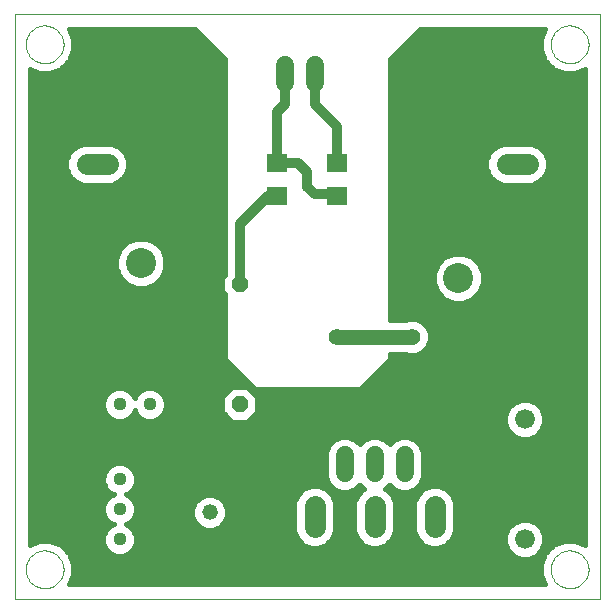
<source format=gbl>
G75*
%MOIN*%
%OFA0B0*%
%FSLAX24Y24*%
%IPPOS*%
%LPD*%
%AMOC8*
5,1,8,0,0,1.08239X$1,22.5*
%
%ADD10C,0.0000*%
%ADD11C,0.0660*%
%ADD12OC8,0.0520*%
%ADD13C,0.0520*%
%ADD14C,0.0440*%
%ADD15C,0.1000*%
%ADD16C,0.0200*%
%ADD17C,0.0600*%
%ADD18C,0.0705*%
%ADD19R,0.0710X0.0630*%
%ADD20C,0.0560*%
%ADD21C,0.0500*%
%ADD22C,0.0320*%
%ADD23C,0.0160*%
D10*
X000100Y000100D02*
X000100Y019600D01*
X019600Y019600D01*
X019600Y000100D01*
X000100Y000100D01*
X000470Y001100D02*
X000472Y001150D01*
X000478Y001200D01*
X000488Y001249D01*
X000502Y001297D01*
X000519Y001344D01*
X000540Y001389D01*
X000565Y001433D01*
X000593Y001474D01*
X000625Y001513D01*
X000659Y001550D01*
X000696Y001584D01*
X000736Y001614D01*
X000778Y001641D01*
X000822Y001665D01*
X000868Y001686D01*
X000915Y001702D01*
X000963Y001715D01*
X001013Y001724D01*
X001062Y001729D01*
X001113Y001730D01*
X001163Y001727D01*
X001212Y001720D01*
X001261Y001709D01*
X001309Y001694D01*
X001355Y001676D01*
X001400Y001654D01*
X001443Y001628D01*
X001484Y001599D01*
X001523Y001567D01*
X001559Y001532D01*
X001591Y001494D01*
X001621Y001454D01*
X001648Y001411D01*
X001671Y001367D01*
X001690Y001321D01*
X001706Y001273D01*
X001718Y001224D01*
X001726Y001175D01*
X001730Y001125D01*
X001730Y001075D01*
X001726Y001025D01*
X001718Y000976D01*
X001706Y000927D01*
X001690Y000879D01*
X001671Y000833D01*
X001648Y000789D01*
X001621Y000746D01*
X001591Y000706D01*
X001559Y000668D01*
X001523Y000633D01*
X001484Y000601D01*
X001443Y000572D01*
X001400Y000546D01*
X001355Y000524D01*
X001309Y000506D01*
X001261Y000491D01*
X001212Y000480D01*
X001163Y000473D01*
X001113Y000470D01*
X001062Y000471D01*
X001013Y000476D01*
X000963Y000485D01*
X000915Y000498D01*
X000868Y000514D01*
X000822Y000535D01*
X000778Y000559D01*
X000736Y000586D01*
X000696Y000616D01*
X000659Y000650D01*
X000625Y000687D01*
X000593Y000726D01*
X000565Y000767D01*
X000540Y000811D01*
X000519Y000856D01*
X000502Y000903D01*
X000488Y000951D01*
X000478Y001000D01*
X000472Y001050D01*
X000470Y001100D01*
X000470Y018600D02*
X000472Y018650D01*
X000478Y018700D01*
X000488Y018749D01*
X000502Y018797D01*
X000519Y018844D01*
X000540Y018889D01*
X000565Y018933D01*
X000593Y018974D01*
X000625Y019013D01*
X000659Y019050D01*
X000696Y019084D01*
X000736Y019114D01*
X000778Y019141D01*
X000822Y019165D01*
X000868Y019186D01*
X000915Y019202D01*
X000963Y019215D01*
X001013Y019224D01*
X001062Y019229D01*
X001113Y019230D01*
X001163Y019227D01*
X001212Y019220D01*
X001261Y019209D01*
X001309Y019194D01*
X001355Y019176D01*
X001400Y019154D01*
X001443Y019128D01*
X001484Y019099D01*
X001523Y019067D01*
X001559Y019032D01*
X001591Y018994D01*
X001621Y018954D01*
X001648Y018911D01*
X001671Y018867D01*
X001690Y018821D01*
X001706Y018773D01*
X001718Y018724D01*
X001726Y018675D01*
X001730Y018625D01*
X001730Y018575D01*
X001726Y018525D01*
X001718Y018476D01*
X001706Y018427D01*
X001690Y018379D01*
X001671Y018333D01*
X001648Y018289D01*
X001621Y018246D01*
X001591Y018206D01*
X001559Y018168D01*
X001523Y018133D01*
X001484Y018101D01*
X001443Y018072D01*
X001400Y018046D01*
X001355Y018024D01*
X001309Y018006D01*
X001261Y017991D01*
X001212Y017980D01*
X001163Y017973D01*
X001113Y017970D01*
X001062Y017971D01*
X001013Y017976D01*
X000963Y017985D01*
X000915Y017998D01*
X000868Y018014D01*
X000822Y018035D01*
X000778Y018059D01*
X000736Y018086D01*
X000696Y018116D01*
X000659Y018150D01*
X000625Y018187D01*
X000593Y018226D01*
X000565Y018267D01*
X000540Y018311D01*
X000519Y018356D01*
X000502Y018403D01*
X000488Y018451D01*
X000478Y018500D01*
X000472Y018550D01*
X000470Y018600D01*
X017970Y018600D02*
X017972Y018650D01*
X017978Y018700D01*
X017988Y018749D01*
X018002Y018797D01*
X018019Y018844D01*
X018040Y018889D01*
X018065Y018933D01*
X018093Y018974D01*
X018125Y019013D01*
X018159Y019050D01*
X018196Y019084D01*
X018236Y019114D01*
X018278Y019141D01*
X018322Y019165D01*
X018368Y019186D01*
X018415Y019202D01*
X018463Y019215D01*
X018513Y019224D01*
X018562Y019229D01*
X018613Y019230D01*
X018663Y019227D01*
X018712Y019220D01*
X018761Y019209D01*
X018809Y019194D01*
X018855Y019176D01*
X018900Y019154D01*
X018943Y019128D01*
X018984Y019099D01*
X019023Y019067D01*
X019059Y019032D01*
X019091Y018994D01*
X019121Y018954D01*
X019148Y018911D01*
X019171Y018867D01*
X019190Y018821D01*
X019206Y018773D01*
X019218Y018724D01*
X019226Y018675D01*
X019230Y018625D01*
X019230Y018575D01*
X019226Y018525D01*
X019218Y018476D01*
X019206Y018427D01*
X019190Y018379D01*
X019171Y018333D01*
X019148Y018289D01*
X019121Y018246D01*
X019091Y018206D01*
X019059Y018168D01*
X019023Y018133D01*
X018984Y018101D01*
X018943Y018072D01*
X018900Y018046D01*
X018855Y018024D01*
X018809Y018006D01*
X018761Y017991D01*
X018712Y017980D01*
X018663Y017973D01*
X018613Y017970D01*
X018562Y017971D01*
X018513Y017976D01*
X018463Y017985D01*
X018415Y017998D01*
X018368Y018014D01*
X018322Y018035D01*
X018278Y018059D01*
X018236Y018086D01*
X018196Y018116D01*
X018159Y018150D01*
X018125Y018187D01*
X018093Y018226D01*
X018065Y018267D01*
X018040Y018311D01*
X018019Y018356D01*
X018002Y018403D01*
X017988Y018451D01*
X017978Y018500D01*
X017972Y018550D01*
X017970Y018600D01*
X017970Y001100D02*
X017972Y001150D01*
X017978Y001200D01*
X017988Y001249D01*
X018002Y001297D01*
X018019Y001344D01*
X018040Y001389D01*
X018065Y001433D01*
X018093Y001474D01*
X018125Y001513D01*
X018159Y001550D01*
X018196Y001584D01*
X018236Y001614D01*
X018278Y001641D01*
X018322Y001665D01*
X018368Y001686D01*
X018415Y001702D01*
X018463Y001715D01*
X018513Y001724D01*
X018562Y001729D01*
X018613Y001730D01*
X018663Y001727D01*
X018712Y001720D01*
X018761Y001709D01*
X018809Y001694D01*
X018855Y001676D01*
X018900Y001654D01*
X018943Y001628D01*
X018984Y001599D01*
X019023Y001567D01*
X019059Y001532D01*
X019091Y001494D01*
X019121Y001454D01*
X019148Y001411D01*
X019171Y001367D01*
X019190Y001321D01*
X019206Y001273D01*
X019218Y001224D01*
X019226Y001175D01*
X019230Y001125D01*
X019230Y001075D01*
X019226Y001025D01*
X019218Y000976D01*
X019206Y000927D01*
X019190Y000879D01*
X019171Y000833D01*
X019148Y000789D01*
X019121Y000746D01*
X019091Y000706D01*
X019059Y000668D01*
X019023Y000633D01*
X018984Y000601D01*
X018943Y000572D01*
X018900Y000546D01*
X018855Y000524D01*
X018809Y000506D01*
X018761Y000491D01*
X018712Y000480D01*
X018663Y000473D01*
X018613Y000470D01*
X018562Y000471D01*
X018513Y000476D01*
X018463Y000485D01*
X018415Y000498D01*
X018368Y000514D01*
X018322Y000535D01*
X018278Y000559D01*
X018236Y000586D01*
X018196Y000616D01*
X018159Y000650D01*
X018125Y000687D01*
X018093Y000726D01*
X018065Y000767D01*
X018040Y000811D01*
X018019Y000856D01*
X018002Y000903D01*
X017988Y000951D01*
X017978Y001000D01*
X017972Y001050D01*
X017970Y001100D01*
D11*
X017100Y002100D03*
X017100Y006100D03*
D12*
X007600Y006600D03*
X007600Y010600D03*
X006600Y002200D03*
D13*
X006600Y003000D03*
D14*
X003600Y003100D03*
X003600Y002100D03*
X003600Y004100D03*
X003600Y006600D03*
X002600Y006600D03*
X004600Y006600D03*
D15*
X004307Y011307D03*
X014893Y010807D03*
D16*
X016373Y009094D02*
X016473Y008994D01*
X016141Y008994D01*
X015908Y009227D01*
X015908Y009559D01*
X016141Y009792D01*
X016473Y009792D01*
X016706Y009559D01*
X016706Y009227D01*
X016473Y008994D01*
X016410Y009144D01*
X016204Y009144D01*
X016058Y009290D01*
X016058Y009496D01*
X016204Y009642D01*
X016410Y009642D01*
X016556Y009496D01*
X016556Y009290D01*
X016410Y009144D01*
X016348Y009294D01*
X016266Y009294D01*
X016208Y009352D01*
X016208Y009434D01*
X016266Y009492D01*
X016348Y009492D01*
X016406Y009434D01*
X016406Y009352D01*
X016348Y009294D01*
X002594Y009827D02*
X002494Y009727D01*
X002494Y010059D01*
X002727Y010292D01*
X003059Y010292D01*
X003292Y010059D01*
X003292Y009727D01*
X003059Y009494D01*
X002727Y009494D01*
X002494Y009727D01*
X002644Y009790D01*
X002644Y009996D01*
X002790Y010142D01*
X002996Y010142D01*
X003142Y009996D01*
X003142Y009790D01*
X002996Y009644D01*
X002790Y009644D01*
X002644Y009790D01*
X002794Y009852D01*
X002794Y009934D01*
X002852Y009992D01*
X002934Y009992D01*
X002992Y009934D01*
X002992Y009852D01*
X002934Y009794D01*
X002852Y009794D01*
X002794Y009852D01*
D17*
X009100Y017300D02*
X009100Y017900D01*
X010100Y017900D02*
X010100Y017300D01*
X011100Y004900D02*
X011100Y004300D01*
X012100Y004300D02*
X012100Y004900D01*
X013100Y004900D02*
X013100Y004300D01*
D18*
X012100Y003203D02*
X012100Y002498D01*
X010100Y002498D02*
X010100Y003203D01*
X014100Y003203D02*
X014100Y002498D01*
X016498Y014600D02*
X017203Y014600D01*
X017203Y016600D02*
X016498Y016600D01*
X003203Y016600D02*
X002498Y016600D01*
X002498Y014600D02*
X003203Y014600D01*
D19*
X008850Y014660D03*
X008850Y013540D03*
X010850Y013540D03*
X010850Y014660D03*
D20*
X010850Y008850D03*
X013350Y008850D03*
D21*
X010850Y008850D01*
D22*
X007600Y010600D02*
X007600Y012600D01*
X008540Y013540D01*
X008850Y013540D01*
X009850Y013850D02*
X010100Y013600D01*
X010790Y013600D01*
X010850Y013540D01*
X009850Y013850D02*
X009850Y014350D01*
X009540Y014660D01*
X008850Y014660D01*
X008850Y016350D01*
X009100Y016600D01*
X009100Y017600D01*
X010100Y017600D02*
X010100Y016600D01*
X010850Y015850D01*
X010850Y014660D01*
D23*
X012600Y014682D02*
X015825Y014682D01*
X015825Y014734D02*
X015825Y014466D01*
X015927Y014219D01*
X016117Y014030D01*
X016364Y013928D01*
X017336Y013928D01*
X017583Y014030D01*
X017773Y014219D01*
X017875Y014466D01*
X017875Y014734D01*
X017773Y014981D01*
X017583Y015170D01*
X017336Y015272D01*
X016364Y015272D01*
X016117Y015170D01*
X015927Y014981D01*
X015825Y014734D01*
X015869Y014841D02*
X012600Y014841D01*
X012600Y014999D02*
X015945Y014999D01*
X016104Y015158D02*
X012600Y015158D01*
X012600Y015316D02*
X019100Y015316D01*
X019100Y015158D02*
X017596Y015158D01*
X017755Y014999D02*
X019100Y014999D01*
X019100Y014841D02*
X017831Y014841D01*
X017875Y014682D02*
X019100Y014682D01*
X019100Y014524D02*
X017875Y014524D01*
X017833Y014365D02*
X019100Y014365D01*
X019100Y014207D02*
X017760Y014207D01*
X017602Y014048D02*
X019100Y014048D01*
X019100Y013890D02*
X012600Y013890D01*
X012600Y014048D02*
X016098Y014048D01*
X015940Y014207D02*
X012600Y014207D01*
X012600Y014365D02*
X015867Y014365D01*
X015825Y014524D02*
X012600Y014524D01*
X012600Y013731D02*
X019100Y013731D01*
X019100Y013573D02*
X012600Y013573D01*
X012600Y013414D02*
X019100Y013414D01*
X019100Y013256D02*
X012600Y013256D01*
X012600Y013097D02*
X019100Y013097D01*
X019100Y012939D02*
X012600Y012939D01*
X012600Y012780D02*
X019100Y012780D01*
X019100Y012622D02*
X012600Y012622D01*
X012600Y012463D02*
X019100Y012463D01*
X019100Y012305D02*
X012600Y012305D01*
X012600Y012146D02*
X019100Y012146D01*
X019100Y011988D02*
X012600Y011988D01*
X012600Y011829D02*
X019100Y011829D01*
X019100Y011671D02*
X012600Y011671D01*
X012600Y011512D02*
X014452Y011512D01*
X014428Y011502D02*
X014198Y011272D01*
X014073Y010970D01*
X014073Y010644D01*
X014198Y010343D01*
X014428Y010112D01*
X014730Y009987D01*
X015056Y009987D01*
X015357Y010112D01*
X015588Y010343D01*
X015713Y010644D01*
X015713Y010970D01*
X015588Y011272D01*
X015357Y011502D01*
X015056Y011627D01*
X014730Y011627D01*
X014428Y011502D01*
X014280Y011354D02*
X012600Y011354D01*
X012600Y011195D02*
X014166Y011195D01*
X014100Y011037D02*
X012600Y011037D01*
X012600Y010878D02*
X014073Y010878D01*
X014073Y010720D02*
X012600Y010720D01*
X012600Y010561D02*
X014107Y010561D01*
X014173Y010403D02*
X012600Y010403D01*
X012600Y010244D02*
X014296Y010244D01*
X014492Y010086D02*
X012600Y010086D01*
X012600Y009927D02*
X019100Y009927D01*
X019100Y009769D02*
X012600Y009769D01*
X012600Y009610D02*
X019100Y009610D01*
X019100Y009452D02*
X012600Y009452D01*
X012600Y009420D02*
X012600Y018100D01*
X013600Y019100D01*
X017779Y019100D01*
X017650Y018789D01*
X017650Y018411D01*
X017795Y018062D01*
X018062Y017795D01*
X018411Y017650D01*
X018789Y017650D01*
X019100Y017779D01*
X019100Y001921D01*
X018789Y002050D01*
X018411Y002050D01*
X018062Y001905D01*
X017795Y001638D01*
X017650Y001289D01*
X017650Y000911D01*
X017779Y000600D01*
X001921Y000600D01*
X002050Y000911D01*
X002050Y001289D01*
X001905Y001638D01*
X001638Y001905D01*
X001289Y002050D01*
X000911Y002050D01*
X000600Y001921D01*
X000600Y017779D01*
X000911Y017650D01*
X001289Y017650D01*
X001638Y017795D01*
X001905Y018062D01*
X002050Y018411D01*
X002050Y018789D01*
X001921Y019100D01*
X006100Y019100D01*
X007100Y018100D01*
X007100Y010920D01*
X007020Y010840D01*
X007020Y010360D01*
X007100Y010280D01*
X007100Y008100D01*
X008100Y007100D01*
X011600Y007100D01*
X012600Y008100D01*
X012600Y008280D01*
X013158Y008280D01*
X013231Y008250D01*
X013469Y008250D01*
X013690Y008341D01*
X013859Y008510D01*
X013950Y008731D01*
X013950Y008969D01*
X013859Y009190D01*
X013690Y009359D01*
X013469Y009450D01*
X013231Y009450D01*
X013158Y009420D01*
X012600Y009420D01*
X013756Y009293D02*
X019100Y009293D01*
X019100Y009135D02*
X013882Y009135D01*
X013947Y008976D02*
X019100Y008976D01*
X019100Y008818D02*
X013950Y008818D01*
X013920Y008659D02*
X019100Y008659D01*
X019100Y008501D02*
X013849Y008501D01*
X013691Y008342D02*
X019100Y008342D01*
X019100Y008184D02*
X012600Y008184D01*
X012525Y008025D02*
X019100Y008025D01*
X019100Y007867D02*
X012367Y007867D01*
X012208Y007708D02*
X019100Y007708D01*
X019100Y007550D02*
X012050Y007550D01*
X011891Y007391D02*
X019100Y007391D01*
X019100Y007233D02*
X011733Y007233D01*
X011977Y005520D02*
X011749Y005426D01*
X011600Y005277D01*
X011451Y005426D01*
X011223Y005520D01*
X010977Y005520D01*
X010749Y005426D01*
X010574Y005251D01*
X010480Y005023D01*
X010480Y004177D01*
X010574Y003949D01*
X010749Y003774D01*
X010977Y003680D01*
X011223Y003680D01*
X011451Y003774D01*
X011600Y003923D01*
X011741Y003782D01*
X011719Y003773D01*
X011530Y003583D01*
X011428Y003336D01*
X011428Y002364D01*
X011530Y002117D01*
X011719Y001927D01*
X011966Y001825D01*
X012234Y001825D01*
X012481Y001927D01*
X012670Y002117D01*
X012772Y002364D01*
X012772Y003336D01*
X012670Y003583D01*
X012481Y003773D01*
X012459Y003782D01*
X012600Y003923D01*
X012749Y003774D01*
X012977Y003680D01*
X013223Y003680D01*
X013451Y003774D01*
X013626Y003949D01*
X013720Y004177D01*
X013720Y005023D01*
X013626Y005251D01*
X013451Y005426D01*
X013223Y005520D01*
X012977Y005520D01*
X012749Y005426D01*
X012600Y005277D01*
X012451Y005426D01*
X012223Y005520D01*
X011977Y005520D01*
X011902Y005489D02*
X011298Y005489D01*
X011546Y005331D02*
X011654Y005331D01*
X012298Y005489D02*
X012902Y005489D01*
X012654Y005331D02*
X012546Y005331D01*
X013298Y005489D02*
X016877Y005489D01*
X016971Y005450D02*
X016732Y005549D01*
X016549Y005732D01*
X016450Y005971D01*
X016450Y006229D01*
X016549Y006468D01*
X016732Y006651D01*
X016971Y006750D01*
X017229Y006750D01*
X017468Y006651D01*
X017651Y006468D01*
X017750Y006229D01*
X017750Y005971D01*
X017651Y005732D01*
X017468Y005549D01*
X017229Y005450D01*
X016971Y005450D01*
X017323Y005489D02*
X019100Y005489D01*
X019100Y005331D02*
X013546Y005331D01*
X013658Y005172D02*
X019100Y005172D01*
X019100Y005014D02*
X013720Y005014D01*
X013720Y004855D02*
X019100Y004855D01*
X019100Y004697D02*
X013720Y004697D01*
X013720Y004538D02*
X019100Y004538D01*
X019100Y004380D02*
X013720Y004380D01*
X013720Y004221D02*
X019100Y004221D01*
X019100Y004063D02*
X013673Y004063D01*
X013581Y003904D02*
X019100Y003904D01*
X019100Y003746D02*
X014508Y003746D01*
X014481Y003773D02*
X014234Y003875D01*
X013966Y003875D01*
X013719Y003773D01*
X013530Y003583D01*
X013428Y003336D01*
X013428Y002364D01*
X013530Y002117D01*
X013719Y001927D01*
X013966Y001825D01*
X014234Y001825D01*
X014481Y001927D01*
X014670Y002117D01*
X014772Y002364D01*
X014772Y003336D01*
X014670Y003583D01*
X014481Y003773D01*
X014667Y003587D02*
X019100Y003587D01*
X019100Y003429D02*
X014734Y003429D01*
X014772Y003270D02*
X019100Y003270D01*
X019100Y003112D02*
X014772Y003112D01*
X014772Y002953D02*
X019100Y002953D01*
X019100Y002795D02*
X014772Y002795D01*
X014772Y002636D02*
X016717Y002636D01*
X016732Y002651D02*
X016549Y002468D01*
X016450Y002229D01*
X016450Y001971D01*
X016549Y001732D01*
X016732Y001549D01*
X016971Y001450D01*
X017229Y001450D01*
X017468Y001549D01*
X017651Y001732D01*
X017750Y001971D01*
X017750Y002229D01*
X017651Y002468D01*
X017468Y002651D01*
X017229Y002750D01*
X016971Y002750D01*
X016732Y002651D01*
X016558Y002478D02*
X014772Y002478D01*
X014754Y002319D02*
X016487Y002319D01*
X016450Y002161D02*
X014688Y002161D01*
X014556Y002002D02*
X016450Y002002D01*
X016503Y001844D02*
X014278Y001844D01*
X013922Y001844D02*
X012278Y001844D01*
X012556Y002002D02*
X013644Y002002D01*
X013512Y002161D02*
X012688Y002161D01*
X012754Y002319D02*
X013446Y002319D01*
X013428Y002478D02*
X012772Y002478D01*
X012772Y002636D02*
X013428Y002636D01*
X013428Y002795D02*
X012772Y002795D01*
X012772Y002953D02*
X013428Y002953D01*
X013428Y003112D02*
X012772Y003112D01*
X012772Y003270D02*
X013428Y003270D01*
X013466Y003429D02*
X012734Y003429D01*
X012667Y003587D02*
X013533Y003587D01*
X013381Y003746D02*
X013692Y003746D01*
X012819Y003746D02*
X012508Y003746D01*
X012581Y003904D02*
X012619Y003904D01*
X011692Y003746D02*
X011381Y003746D01*
X011533Y003587D02*
X010667Y003587D01*
X010670Y003583D02*
X010481Y003773D01*
X010234Y003875D01*
X009966Y003875D01*
X009719Y003773D01*
X009530Y003583D01*
X009428Y003336D01*
X009428Y002364D01*
X009530Y002117D01*
X009719Y001927D01*
X009966Y001825D01*
X010234Y001825D01*
X010481Y001927D01*
X010670Y002117D01*
X010772Y002364D01*
X010772Y003336D01*
X010670Y003583D01*
X010734Y003429D02*
X011466Y003429D01*
X011428Y003270D02*
X010772Y003270D01*
X010772Y003112D02*
X011428Y003112D01*
X011428Y002953D02*
X010772Y002953D01*
X010772Y002795D02*
X011428Y002795D01*
X011428Y002636D02*
X010772Y002636D01*
X010772Y002478D02*
X011428Y002478D01*
X011446Y002319D02*
X010754Y002319D01*
X010688Y002161D02*
X011512Y002161D01*
X011644Y002002D02*
X010556Y002002D01*
X010278Y001844D02*
X011922Y001844D01*
X009922Y001844D02*
X004078Y001844D01*
X004058Y001794D02*
X004140Y001993D01*
X004140Y002207D01*
X004058Y002406D01*
X003906Y002558D01*
X003804Y002600D01*
X003906Y002642D01*
X004058Y002794D01*
X004140Y002993D01*
X004140Y003207D01*
X004058Y003406D01*
X003906Y003558D01*
X003804Y003600D01*
X003906Y003642D01*
X004058Y003794D01*
X004140Y003993D01*
X004140Y004207D01*
X004058Y004406D01*
X003906Y004558D01*
X003707Y004640D01*
X003493Y004640D01*
X003294Y004558D01*
X003142Y004406D01*
X003060Y004207D01*
X003060Y003993D01*
X003142Y003794D01*
X003294Y003642D01*
X003396Y003600D01*
X003294Y003558D01*
X003142Y003406D01*
X003060Y003207D01*
X003060Y002993D01*
X003142Y002794D01*
X003294Y002642D01*
X003396Y002600D01*
X003294Y002558D01*
X003142Y002406D01*
X003060Y002207D01*
X003060Y001993D01*
X003142Y001794D01*
X003294Y001642D01*
X003493Y001560D01*
X003707Y001560D01*
X003906Y001642D01*
X004058Y001794D01*
X003949Y001685D02*
X016596Y001685D01*
X016786Y001527D02*
X001952Y001527D01*
X002017Y001368D02*
X017683Y001368D01*
X017650Y001210D02*
X002050Y001210D01*
X002050Y001051D02*
X017650Y001051D01*
X017658Y000893D02*
X002042Y000893D01*
X001977Y000734D02*
X017723Y000734D01*
X017748Y001527D02*
X017414Y001527D01*
X017604Y001685D02*
X017842Y001685D01*
X017697Y001844D02*
X018000Y001844D01*
X017750Y002002D02*
X018295Y002002D01*
X017750Y002161D02*
X019100Y002161D01*
X019100Y002319D02*
X017713Y002319D01*
X017642Y002478D02*
X019100Y002478D01*
X019100Y002636D02*
X017483Y002636D01*
X018905Y002002D02*
X019100Y002002D01*
X019100Y005648D02*
X017567Y005648D01*
X017682Y005806D02*
X019100Y005806D01*
X019100Y005965D02*
X017747Y005965D01*
X017750Y006123D02*
X019100Y006123D01*
X019100Y006282D02*
X017728Y006282D01*
X017663Y006440D02*
X019100Y006440D01*
X019100Y006599D02*
X017521Y006599D01*
X016679Y006599D02*
X008180Y006599D01*
X008180Y006757D02*
X019100Y006757D01*
X019100Y006916D02*
X008105Y006916D01*
X008180Y006840D02*
X007840Y007180D01*
X007360Y007180D01*
X007020Y006840D01*
X007020Y006360D01*
X007360Y006020D01*
X007840Y006020D01*
X008180Y006360D01*
X008180Y006840D01*
X007946Y007074D02*
X019100Y007074D01*
X016633Y005648D02*
X000600Y005648D01*
X000600Y005806D02*
X016518Y005806D01*
X016453Y005965D02*
X000600Y005965D01*
X000600Y006123D02*
X003340Y006123D01*
X003294Y006142D02*
X003493Y006060D01*
X003707Y006060D01*
X003906Y006142D01*
X004058Y006294D01*
X004100Y006396D01*
X004142Y006294D01*
X004294Y006142D01*
X004493Y006060D01*
X004707Y006060D01*
X004906Y006142D01*
X005058Y006294D01*
X005140Y006493D01*
X005140Y006707D01*
X005058Y006906D01*
X004906Y007058D01*
X004707Y007140D01*
X004493Y007140D01*
X004294Y007058D01*
X004142Y006906D01*
X004100Y006804D01*
X004058Y006906D01*
X003906Y007058D01*
X003707Y007140D01*
X003493Y007140D01*
X003294Y007058D01*
X003142Y006906D01*
X003060Y006707D01*
X003060Y006493D01*
X003142Y006294D01*
X003294Y006142D01*
X003155Y006282D02*
X000600Y006282D01*
X000600Y006440D02*
X003082Y006440D01*
X003060Y006599D02*
X000600Y006599D01*
X000600Y006757D02*
X003081Y006757D01*
X003152Y006916D02*
X000600Y006916D01*
X000600Y007074D02*
X003333Y007074D01*
X003867Y007074D02*
X004333Y007074D01*
X004152Y006916D02*
X004048Y006916D01*
X004045Y006282D02*
X004155Y006282D01*
X004340Y006123D02*
X003860Y006123D01*
X004860Y006123D02*
X007257Y006123D01*
X007098Y006282D02*
X005045Y006282D01*
X005118Y006440D02*
X007020Y006440D01*
X007020Y006599D02*
X005140Y006599D01*
X005119Y006757D02*
X007020Y006757D01*
X007095Y006916D02*
X005048Y006916D01*
X004867Y007074D02*
X007254Y007074D01*
X007650Y007550D02*
X000600Y007550D01*
X000600Y007708D02*
X007492Y007708D01*
X007333Y007867D02*
X000600Y007867D01*
X000600Y008025D02*
X007175Y008025D01*
X007100Y008184D02*
X000600Y008184D01*
X000600Y008342D02*
X007100Y008342D01*
X007100Y008501D02*
X000600Y008501D01*
X000600Y008659D02*
X007100Y008659D01*
X007100Y008818D02*
X000600Y008818D01*
X000600Y008976D02*
X007100Y008976D01*
X007100Y009135D02*
X000600Y009135D01*
X000600Y009293D02*
X007100Y009293D01*
X007100Y009452D02*
X000600Y009452D01*
X000600Y009610D02*
X007100Y009610D01*
X007100Y009769D02*
X000600Y009769D01*
X000600Y009927D02*
X007100Y009927D01*
X007100Y010086D02*
X000600Y010086D01*
X000600Y010244D02*
X007100Y010244D01*
X007020Y010403D02*
X000600Y010403D01*
X000600Y010561D02*
X003966Y010561D01*
X003843Y010612D02*
X004144Y010487D01*
X004470Y010487D01*
X004772Y010612D01*
X005002Y010843D01*
X005127Y011144D01*
X005127Y011470D01*
X005002Y011772D01*
X004772Y012002D01*
X004470Y012127D01*
X004144Y012127D01*
X003843Y012002D01*
X003612Y011772D01*
X003487Y011470D01*
X003487Y011144D01*
X003612Y010843D01*
X003843Y010612D01*
X003735Y010720D02*
X000600Y010720D01*
X000600Y010878D02*
X003597Y010878D01*
X003532Y011037D02*
X000600Y011037D01*
X000600Y011195D02*
X003487Y011195D01*
X003487Y011354D02*
X000600Y011354D01*
X000600Y011512D02*
X003504Y011512D01*
X003570Y011671D02*
X000600Y011671D01*
X000600Y011829D02*
X003669Y011829D01*
X003828Y011988D02*
X000600Y011988D01*
X000600Y012146D02*
X007100Y012146D01*
X007100Y011988D02*
X004786Y011988D01*
X004945Y011829D02*
X007100Y011829D01*
X007100Y011671D02*
X005044Y011671D01*
X005110Y011512D02*
X007100Y011512D01*
X007100Y011354D02*
X005127Y011354D01*
X005127Y011195D02*
X007100Y011195D01*
X007100Y011037D02*
X005083Y011037D01*
X005017Y010878D02*
X007058Y010878D01*
X007020Y010720D02*
X004879Y010720D01*
X004649Y010561D02*
X007020Y010561D01*
X007100Y012305D02*
X000600Y012305D01*
X000600Y012463D02*
X007100Y012463D01*
X007100Y012622D02*
X000600Y012622D01*
X000600Y012780D02*
X007100Y012780D01*
X007100Y012939D02*
X000600Y012939D01*
X000600Y013097D02*
X007100Y013097D01*
X007100Y013256D02*
X000600Y013256D01*
X000600Y013414D02*
X007100Y013414D01*
X007100Y013573D02*
X000600Y013573D01*
X000600Y013731D02*
X007100Y013731D01*
X007100Y013890D02*
X000600Y013890D01*
X000600Y014048D02*
X002098Y014048D01*
X002117Y014030D02*
X002364Y013928D01*
X003336Y013928D01*
X003583Y014030D01*
X003773Y014219D01*
X003875Y014466D01*
X003875Y014734D01*
X003773Y014981D01*
X003583Y015170D01*
X003336Y015272D01*
X002364Y015272D01*
X002117Y015170D01*
X001927Y014981D01*
X001825Y014734D01*
X001825Y014466D01*
X001927Y014219D01*
X002117Y014030D01*
X001940Y014207D02*
X000600Y014207D01*
X000600Y014365D02*
X001867Y014365D01*
X001825Y014524D02*
X000600Y014524D01*
X000600Y014682D02*
X001825Y014682D01*
X001869Y014841D02*
X000600Y014841D01*
X000600Y014999D02*
X001945Y014999D01*
X002104Y015158D02*
X000600Y015158D01*
X000600Y015316D02*
X007100Y015316D01*
X007100Y015158D02*
X003596Y015158D01*
X003755Y014999D02*
X007100Y014999D01*
X007100Y014841D02*
X003831Y014841D01*
X003875Y014682D02*
X007100Y014682D01*
X007100Y014524D02*
X003875Y014524D01*
X003833Y014365D02*
X007100Y014365D01*
X007100Y014207D02*
X003760Y014207D01*
X003602Y014048D02*
X007100Y014048D01*
X007100Y015475D02*
X000600Y015475D01*
X000600Y015633D02*
X007100Y015633D01*
X007100Y015792D02*
X000600Y015792D01*
X000600Y015950D02*
X007100Y015950D01*
X007100Y016109D02*
X000600Y016109D01*
X000600Y016267D02*
X007100Y016267D01*
X007100Y016426D02*
X000600Y016426D01*
X000600Y016584D02*
X007100Y016584D01*
X007100Y016743D02*
X000600Y016743D01*
X000600Y016901D02*
X007100Y016901D01*
X007100Y017060D02*
X000600Y017060D01*
X000600Y017218D02*
X007100Y017218D01*
X007100Y017377D02*
X000600Y017377D01*
X000600Y017535D02*
X007100Y017535D01*
X007100Y017694D02*
X001394Y017694D01*
X001695Y017852D02*
X007100Y017852D01*
X007100Y018011D02*
X001854Y018011D01*
X001950Y018169D02*
X007031Y018169D01*
X006872Y018328D02*
X002015Y018328D01*
X002050Y018486D02*
X006714Y018486D01*
X006555Y018645D02*
X002050Y018645D01*
X002044Y018803D02*
X006397Y018803D01*
X006238Y018962D02*
X001978Y018962D01*
X000806Y017694D02*
X000600Y017694D01*
X000600Y007391D02*
X007809Y007391D01*
X007967Y007233D02*
X000600Y007233D01*
X000600Y005489D02*
X010902Y005489D01*
X010654Y005331D02*
X000600Y005331D01*
X000600Y005172D02*
X010542Y005172D01*
X010480Y005014D02*
X000600Y005014D01*
X000600Y004855D02*
X010480Y004855D01*
X010480Y004697D02*
X000600Y004697D01*
X000600Y004538D02*
X003274Y004538D01*
X003131Y004380D02*
X000600Y004380D01*
X000600Y004221D02*
X003066Y004221D01*
X003060Y004063D02*
X000600Y004063D01*
X000600Y003904D02*
X003097Y003904D01*
X003191Y003746D02*
X000600Y003746D01*
X000600Y003587D02*
X003365Y003587D01*
X003165Y003429D02*
X000600Y003429D01*
X000600Y003270D02*
X003086Y003270D01*
X003060Y003112D02*
X000600Y003112D01*
X000600Y002953D02*
X003076Y002953D01*
X003142Y002795D02*
X000600Y002795D01*
X000600Y002636D02*
X003309Y002636D01*
X003214Y002478D02*
X000600Y002478D01*
X000600Y002319D02*
X003106Y002319D01*
X003060Y002161D02*
X000600Y002161D01*
X000600Y002002D02*
X000795Y002002D01*
X001405Y002002D02*
X003060Y002002D01*
X003122Y001844D02*
X001700Y001844D01*
X001858Y001685D02*
X003251Y001685D01*
X004094Y002319D02*
X009446Y002319D01*
X009428Y002478D02*
X006854Y002478D01*
X006929Y002508D02*
X006715Y002420D01*
X006485Y002420D01*
X006271Y002508D01*
X006108Y002671D01*
X006020Y002885D01*
X006020Y003115D01*
X006108Y003329D01*
X006271Y003492D01*
X006485Y003580D01*
X006715Y003580D01*
X006929Y003492D01*
X007092Y003329D01*
X007180Y003115D01*
X007180Y002885D01*
X007092Y002671D01*
X006929Y002508D01*
X007056Y002636D02*
X009428Y002636D01*
X009428Y002795D02*
X007143Y002795D01*
X007180Y002953D02*
X009428Y002953D01*
X009428Y003112D02*
X007180Y003112D01*
X007116Y003270D02*
X009428Y003270D01*
X009466Y003429D02*
X006992Y003429D01*
X006208Y003429D02*
X004035Y003429D01*
X004114Y003270D02*
X006084Y003270D01*
X006020Y003112D02*
X004140Y003112D01*
X004124Y002953D02*
X006020Y002953D01*
X006057Y002795D02*
X004058Y002795D01*
X003891Y002636D02*
X006144Y002636D01*
X006346Y002478D02*
X003986Y002478D01*
X004140Y002161D02*
X009512Y002161D01*
X009644Y002002D02*
X004140Y002002D01*
X003835Y003587D02*
X009533Y003587D01*
X009692Y003746D02*
X004009Y003746D01*
X004103Y003904D02*
X010619Y003904D01*
X010527Y004063D02*
X004140Y004063D01*
X004134Y004221D02*
X010480Y004221D01*
X010480Y004380D02*
X004069Y004380D01*
X003926Y004538D02*
X010480Y004538D01*
X010508Y003746D02*
X010819Y003746D01*
X011581Y003904D02*
X011619Y003904D01*
X008102Y006282D02*
X016472Y006282D01*
X016450Y006123D02*
X007943Y006123D01*
X008180Y006440D02*
X016537Y006440D01*
X015294Y010086D02*
X019100Y010086D01*
X019100Y010244D02*
X015489Y010244D01*
X015613Y010403D02*
X019100Y010403D01*
X019100Y010561D02*
X015679Y010561D01*
X015713Y010720D02*
X019100Y010720D01*
X019100Y010878D02*
X015713Y010878D01*
X015685Y011037D02*
X019100Y011037D01*
X019100Y011195D02*
X015620Y011195D01*
X015506Y011354D02*
X019100Y011354D01*
X019100Y011512D02*
X015334Y011512D01*
X012600Y015475D02*
X019100Y015475D01*
X019100Y015633D02*
X012600Y015633D01*
X012600Y015792D02*
X019100Y015792D01*
X019100Y015950D02*
X012600Y015950D01*
X012600Y016109D02*
X019100Y016109D01*
X019100Y016267D02*
X012600Y016267D01*
X012600Y016426D02*
X019100Y016426D01*
X019100Y016584D02*
X012600Y016584D01*
X012600Y016743D02*
X019100Y016743D01*
X019100Y016901D02*
X012600Y016901D01*
X012600Y017060D02*
X019100Y017060D01*
X019100Y017218D02*
X012600Y017218D01*
X012600Y017377D02*
X019100Y017377D01*
X019100Y017535D02*
X012600Y017535D01*
X012600Y017694D02*
X018306Y017694D01*
X018005Y017852D02*
X012600Y017852D01*
X012600Y018011D02*
X017846Y018011D01*
X017750Y018169D02*
X012669Y018169D01*
X012828Y018328D02*
X017685Y018328D01*
X017650Y018486D02*
X012986Y018486D01*
X013145Y018645D02*
X017650Y018645D01*
X017656Y018803D02*
X013303Y018803D01*
X013462Y018962D02*
X017722Y018962D01*
X018894Y017694D02*
X019100Y017694D01*
M02*

</source>
